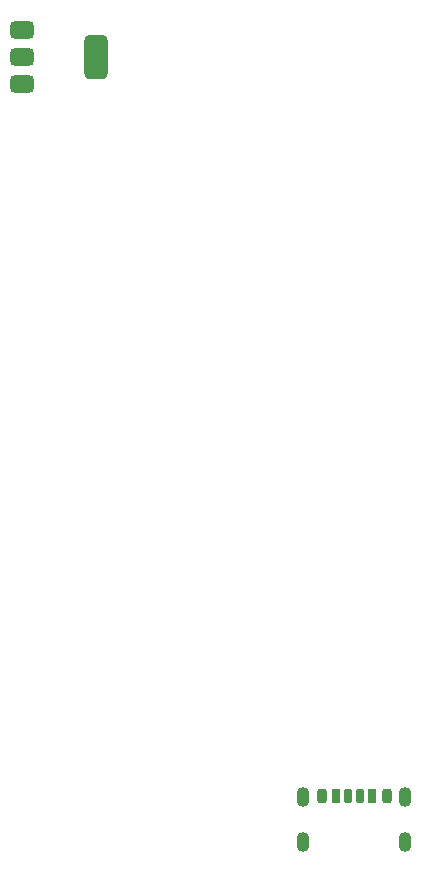
<source format=gtp>
%TF.GenerationSoftware,KiCad,Pcbnew,8.0.3*%
%TF.CreationDate,2024-07-14T00:03:07-05:00*%
%TF.ProjectId,Controller,436f6e74-726f-46c6-9c65-722e6b696361,rev?*%
%TF.SameCoordinates,Original*%
%TF.FileFunction,Paste,Top*%
%TF.FilePolarity,Positive*%
%FSLAX46Y46*%
G04 Gerber Fmt 4.6, Leading zero omitted, Abs format (unit mm)*
G04 Created by KiCad (PCBNEW 8.0.3) date 2024-07-14 00:03:07*
%MOMM*%
%LPD*%
G01*
G04 APERTURE LIST*
G04 Aperture macros list*
%AMRoundRect*
0 Rectangle with rounded corners*
0 $1 Rounding radius*
0 $2 $3 $4 $5 $6 $7 $8 $9 X,Y pos of 4 corners*
0 Add a 4 corners polygon primitive as box body*
4,1,4,$2,$3,$4,$5,$6,$7,$8,$9,$2,$3,0*
0 Add four circle primitives for the rounded corners*
1,1,$1+$1,$2,$3*
1,1,$1+$1,$4,$5*
1,1,$1+$1,$6,$7*
1,1,$1+$1,$8,$9*
0 Add four rect primitives between the rounded corners*
20,1,$1+$1,$2,$3,$4,$5,0*
20,1,$1+$1,$4,$5,$6,$7,0*
20,1,$1+$1,$6,$7,$8,$9,0*
20,1,$1+$1,$8,$9,$2,$3,0*%
G04 Aperture macros list end*
%ADD10RoundRect,0.175000X-0.175000X-0.425000X0.175000X-0.425000X0.175000X0.425000X-0.175000X0.425000X0*%
%ADD11RoundRect,0.190000X0.190000X0.410000X-0.190000X0.410000X-0.190000X-0.410000X0.190000X-0.410000X0*%
%ADD12RoundRect,0.200000X0.200000X0.400000X-0.200000X0.400000X-0.200000X-0.400000X0.200000X-0.400000X0*%
%ADD13RoundRect,0.175000X0.175000X0.425000X-0.175000X0.425000X-0.175000X-0.425000X0.175000X-0.425000X0*%
%ADD14RoundRect,0.190000X-0.190000X-0.410000X0.190000X-0.410000X0.190000X0.410000X-0.190000X0.410000X0*%
%ADD15RoundRect,0.200000X-0.200000X-0.400000X0.200000X-0.400000X0.200000X0.400000X-0.200000X0.400000X0*%
%ADD16O,1.100000X1.700000*%
%ADD17RoundRect,0.375000X-0.625000X-0.375000X0.625000X-0.375000X0.625000X0.375000X-0.625000X0.375000X0*%
%ADD18RoundRect,0.500000X-0.500000X-1.400000X0.500000X-1.400000X0.500000X1.400000X-0.500000X1.400000X0*%
G04 APERTURE END LIST*
D10*
%TO.C,P1*%
X114500000Y-105620000D03*
D11*
X116520000Y-105620000D03*
D12*
X117750000Y-105620000D03*
D13*
X115500000Y-105620000D03*
D14*
X113480000Y-105620000D03*
D15*
X112250000Y-105620000D03*
D16*
X110680000Y-105700000D03*
X110680000Y-109500000D03*
X119320000Y-105700000D03*
X119320000Y-109500000D03*
%TD*%
D17*
%TO.C,U2*%
X86850000Y-40700000D03*
X86850000Y-43000000D03*
D18*
X93150000Y-43000000D03*
D17*
X86850000Y-45300000D03*
%TD*%
M02*

</source>
